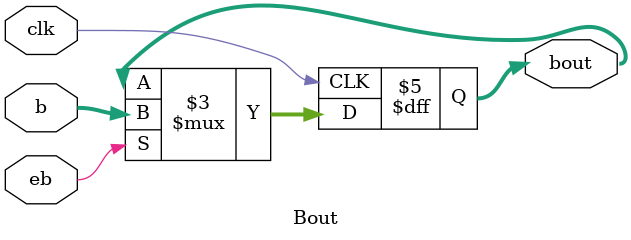
<source format=v>
module alu #(
    parameter WIDTH=6,
    parameter A_ADD = 3'b000,
    parameter A_SUB = 3'b001,
    parameter A_AND = 3'b010,
    parameter A_OR = 3'b011,
    parameter A_XOR = 3'b100
) (
    input [WIDTH-1:0]a,
    input [WIDTH-1:0]b,
    input [2:0]f,
    output reg [WIDTH-1:0]y,    
    output reg z
);


always@(*)
begin
    case (f)
        A_ADD:begin
            y = a + b;
            if(y==0) z = 1;
            else z=0;
        end
        A_SUB:begin
            y = a - b;
            if(y==0) z = 1;
            else z=0;
        end
        A_AND:begin
            y = a & b;
            if(y==0) z = 1;
            else z=0;
        end
        A_OR:begin
            y = a | b;
            if(y==0) z = 1;
            else z=0;
        end
        A_XOR:begin
            y = a ^ b;
            if(y==0) z = 1;
            else z=0;
        end
        default: begin
            y = 0;
            z = 1;
        end
    endcase
end
endmodule

module top #(
    parameter WIDTH=6,
    parameter FENABLE = 2'b01,
    parameter BENABLE = 2'b10,
    parameter AENABLE = 2'b11,
    parameter NONEENABLE = 2'b00
) (
    input [7:0] sw,
    input BTN,
    input clk,
    output wire [WIDTH-1:0] led,
    output wire ledz
);
    
    
    reg ef,ea,eb;
    wire [WIDTH-1:0] ain,bin;
    wire [2:0]fin;
    
    always @(posedge clk) begin
        if (BTN) begin
            case (sw[7:6])
                FENABLE: begin
                    ef <= 1;
                    ea <= 0;
                    eb <= 0;
                end
                BENABLE: begin
                    ef <= 0;
                    ea <= 0;
                    eb <= 1;
                end
                AENABLE: begin
                    ef <= 0;
                    ea <= 1;
                    eb <= 0;
                end
                default: begin
                    ef <= 0;
                    ea <= 0;
                    eb <= 0;
                end
            endcase
        end else begin
            ef <= ef;
            ea <= ea;
            eb <= eb;
        end
    end
    Fout Fout(sw[2:0],ef,clk,fin);
    Aout Aout(sw[WIDTH-1:0],ea,clk,ain);
    Bout Bout(sw[WIDTH-1:0],eb,clk,bin);
    alu ALU(ain,bin,fin,led,ledz);
endmodule



module Fout (
    input [2:0]f,
    input ef,
    input clk,
    output reg [2:0]fout
);
    always@(posedge clk)begin
        if(ef) fout[2:0] <= f[2:0];
        else fout[2:0] <= fout[2:0];
    end
    
endmodule

module Aout #(
    parameter WIDTH=6
) (
    input [WIDTH-1:0]a,
    input ea,
    input clk,
    output reg [WIDTH-1:0]aout
);
    always@(posedge clk)begin
        if(ea) aout[WIDTH-1:0] <= a[WIDTH-1:0];
        else aout[WIDTH-1:0] <= aout[WIDTH-1:0];
    end
endmodule


module Bout #(
    parameter WIDTH=6
) (
    input [WIDTH-1:0] b,
    input eb,
    input clk,
    output reg [WIDTH-1:0]bout
);
    always@(posedge clk)begin
        if(eb) bout[WIDTH-1:0] <= b[WIDTH-1:0];
        else bout[WIDTH-1:0] <= bout[WIDTH-1:0];
    end
endmodule


</source>
